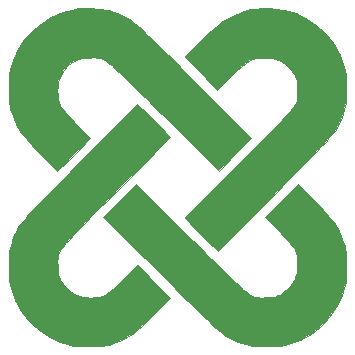
<source format=gbo>
G04 #@! TF.FileFunction,Legend,Bot*
%FSLAX46Y46*%
G04 Gerber Fmt 4.6, Leading zero omitted, Abs format (unit mm)*
G04 Created by KiCad (PCBNEW (2015-08-21 BZR 6112)-product) date 2015 October 15, Thursday 21:52:47*
%MOMM*%
G01*
G04 APERTURE LIST*
%ADD10C,0.100000*%
%ADD11C,0.010000*%
G04 APERTURE END LIST*
D10*
D11*
G36*
X125301837Y-95381197D02*
X126699557Y-93983478D01*
X125498181Y-92771774D01*
X125012787Y-92275856D01*
X124637199Y-91870905D01*
X124357504Y-91532268D01*
X124159792Y-91235293D01*
X124030150Y-90955327D01*
X123954666Y-90667717D01*
X123919429Y-90347811D01*
X123910528Y-89970956D01*
X123910522Y-89958334D01*
X123921049Y-89527674D01*
X123958538Y-89209169D01*
X124031848Y-88946608D01*
X124093049Y-88800460D01*
X124408064Y-88288897D01*
X124840606Y-87826183D01*
X125338919Y-87465230D01*
X125464019Y-87398900D01*
X125739451Y-87276693D01*
X125990553Y-87205393D01*
X126282619Y-87172208D01*
X126661333Y-87164334D01*
X126881770Y-87162648D01*
X127075836Y-87162577D01*
X127252907Y-87171598D01*
X127422363Y-87197191D01*
X127593583Y-87246833D01*
X127775944Y-87328004D01*
X127978825Y-87448181D01*
X128211604Y-87614843D01*
X128483660Y-87835470D01*
X128804371Y-88117538D01*
X129183117Y-88468528D01*
X129629274Y-88895916D01*
X130152222Y-89407182D01*
X130761338Y-90009805D01*
X131466002Y-90711262D01*
X132275592Y-91519032D01*
X132885683Y-92127722D01*
X137543699Y-96773224D01*
X138939349Y-95375467D01*
X140335000Y-93977710D01*
X135466666Y-89121468D01*
X134548605Y-88205838D01*
X133741035Y-87401671D01*
X133034480Y-86700926D01*
X132419461Y-86095563D01*
X131886499Y-85577543D01*
X131426117Y-85138825D01*
X131028837Y-84771369D01*
X130685180Y-84467134D01*
X130385669Y-84218082D01*
X130120825Y-84016171D01*
X129881170Y-83853361D01*
X129657227Y-83721613D01*
X129439517Y-83612886D01*
X129218561Y-83519139D01*
X128984883Y-83432334D01*
X128729004Y-83344429D01*
X128608666Y-83303911D01*
X128232243Y-83183786D01*
X127914277Y-83103293D01*
X127597684Y-83053410D01*
X127225382Y-83025114D01*
X126746000Y-83009512D01*
X126320074Y-83003559D01*
X125939239Y-83004765D01*
X125644653Y-83012573D01*
X125477470Y-83026426D01*
X125476000Y-83026705D01*
X124385315Y-83315877D01*
X123385378Y-83740891D01*
X122484788Y-84294108D01*
X121692142Y-84967889D01*
X121016040Y-85754593D01*
X120465081Y-86646581D01*
X120047863Y-87636214D01*
X119955786Y-87931125D01*
X119874090Y-88240549D01*
X119818601Y-88533430D01*
X119784757Y-88854933D01*
X119767999Y-89250223D01*
X119763762Y-89764468D01*
X119763867Y-89831334D01*
X119767166Y-90324697D01*
X119778608Y-90693616D01*
X119804367Y-90982969D01*
X119850613Y-91237633D01*
X119923518Y-91502487D01*
X120029254Y-91822409D01*
X120043307Y-91863334D01*
X120216659Y-92336926D01*
X120397484Y-92754192D01*
X120603365Y-93140250D01*
X120851882Y-93520215D01*
X121160617Y-93919207D01*
X121547153Y-94362343D01*
X122029071Y-94874739D01*
X122460087Y-95315959D01*
X123904118Y-96778917D01*
X125301837Y-95381197D01*
X125301837Y-95381197D01*
G37*
X125301837Y-95381197D02*
X126699557Y-93983478D01*
X125498181Y-92771774D01*
X125012787Y-92275856D01*
X124637199Y-91870905D01*
X124357504Y-91532268D01*
X124159792Y-91235293D01*
X124030150Y-90955327D01*
X123954666Y-90667717D01*
X123919429Y-90347811D01*
X123910528Y-89970956D01*
X123910522Y-89958334D01*
X123921049Y-89527674D01*
X123958538Y-89209169D01*
X124031848Y-88946608D01*
X124093049Y-88800460D01*
X124408064Y-88288897D01*
X124840606Y-87826183D01*
X125338919Y-87465230D01*
X125464019Y-87398900D01*
X125739451Y-87276693D01*
X125990553Y-87205393D01*
X126282619Y-87172208D01*
X126661333Y-87164334D01*
X126881770Y-87162648D01*
X127075836Y-87162577D01*
X127252907Y-87171598D01*
X127422363Y-87197191D01*
X127593583Y-87246833D01*
X127775944Y-87328004D01*
X127978825Y-87448181D01*
X128211604Y-87614843D01*
X128483660Y-87835470D01*
X128804371Y-88117538D01*
X129183117Y-88468528D01*
X129629274Y-88895916D01*
X130152222Y-89407182D01*
X130761338Y-90009805D01*
X131466002Y-90711262D01*
X132275592Y-91519032D01*
X132885683Y-92127722D01*
X137543699Y-96773224D01*
X138939349Y-95375467D01*
X140335000Y-93977710D01*
X135466666Y-89121468D01*
X134548605Y-88205838D01*
X133741035Y-87401671D01*
X133034480Y-86700926D01*
X132419461Y-86095563D01*
X131886499Y-85577543D01*
X131426117Y-85138825D01*
X131028837Y-84771369D01*
X130685180Y-84467134D01*
X130385669Y-84218082D01*
X130120825Y-84016171D01*
X129881170Y-83853361D01*
X129657227Y-83721613D01*
X129439517Y-83612886D01*
X129218561Y-83519139D01*
X128984883Y-83432334D01*
X128729004Y-83344429D01*
X128608666Y-83303911D01*
X128232243Y-83183786D01*
X127914277Y-83103293D01*
X127597684Y-83053410D01*
X127225382Y-83025114D01*
X126746000Y-83009512D01*
X126320074Y-83003559D01*
X125939239Y-83004765D01*
X125644653Y-83012573D01*
X125477470Y-83026426D01*
X125476000Y-83026705D01*
X124385315Y-83315877D01*
X123385378Y-83740891D01*
X122484788Y-84294108D01*
X121692142Y-84967889D01*
X121016040Y-85754593D01*
X120465081Y-86646581D01*
X120047863Y-87636214D01*
X119955786Y-87931125D01*
X119874090Y-88240549D01*
X119818601Y-88533430D01*
X119784757Y-88854933D01*
X119767999Y-89250223D01*
X119763762Y-89764468D01*
X119763867Y-89831334D01*
X119767166Y-90324697D01*
X119778608Y-90693616D01*
X119804367Y-90982969D01*
X119850613Y-91237633D01*
X119923518Y-91502487D01*
X120029254Y-91822409D01*
X120043307Y-91863334D01*
X120216659Y-92336926D01*
X120397484Y-92754192D01*
X120603365Y-93140250D01*
X120851882Y-93520215D01*
X121160617Y-93919207D01*
X121547153Y-94362343D01*
X122029071Y-94874739D01*
X122460087Y-95315959D01*
X123904118Y-96778917D01*
X125301837Y-95381197D01*
G36*
X142293484Y-98700859D02*
X143206379Y-97785411D01*
X144007865Y-96980416D01*
X144706029Y-96276348D01*
X145308953Y-95663679D01*
X145824724Y-95132882D01*
X146261425Y-94674432D01*
X146627142Y-94278801D01*
X146929960Y-93936462D01*
X147177962Y-93637888D01*
X147379234Y-93373553D01*
X147541861Y-93133929D01*
X147673927Y-92909491D01*
X147783518Y-92690711D01*
X147878717Y-92468062D01*
X147967610Y-92232018D01*
X148058281Y-91973052D01*
X148096025Y-91863334D01*
X148205793Y-91534517D01*
X148282044Y-91265757D01*
X148330949Y-91012177D01*
X148358680Y-90728899D01*
X148371410Y-90371045D01*
X148375309Y-89893736D01*
X148375465Y-89831334D01*
X148372246Y-89298940D01*
X148356864Y-88890885D01*
X148324847Y-88562350D01*
X148271719Y-88268515D01*
X148193009Y-87964560D01*
X148187075Y-87943988D01*
X147813394Y-86947439D01*
X147299400Y-86030444D01*
X146658791Y-85206792D01*
X145905266Y-84490271D01*
X145052523Y-83894670D01*
X144114263Y-83433776D01*
X143495490Y-83221688D01*
X143022678Y-83119117D01*
X142448983Y-83046513D01*
X141828248Y-83006023D01*
X141214318Y-82999791D01*
X140661033Y-83029964D01*
X140249180Y-83092329D01*
X139504259Y-83309210D01*
X138755166Y-83611227D01*
X138075555Y-83967253D01*
X137867741Y-84098857D01*
X137630063Y-84278693D01*
X137303070Y-84555410D01*
X136914752Y-84903770D01*
X136493099Y-85298536D01*
X136066102Y-85714469D01*
X135975660Y-85804868D01*
X134664320Y-87122063D01*
X136058037Y-88517703D01*
X137451755Y-89913343D01*
X138642843Y-88732408D01*
X139135971Y-88250042D01*
X139538718Y-87877576D01*
X139876085Y-87600977D01*
X140173076Y-87406209D01*
X140454694Y-87279239D01*
X140745941Y-87206031D01*
X141071822Y-87172552D01*
X141435666Y-87164762D01*
X141833061Y-87171681D01*
X142121893Y-87200580D01*
X142362604Y-87262875D01*
X142615635Y-87369980D01*
X142675314Y-87398900D01*
X143180325Y-87725942D01*
X143632099Y-88166672D01*
X143979211Y-88668470D01*
X144045062Y-88800460D01*
X144147773Y-89078119D01*
X144205144Y-89389122D01*
X144226968Y-89793179D01*
X144228018Y-89916000D01*
X144230200Y-90136661D01*
X144230668Y-90330900D01*
X144221931Y-90508122D01*
X144196500Y-90677732D01*
X144146884Y-90849135D01*
X144065594Y-91031734D01*
X143945140Y-91234934D01*
X143778031Y-91468139D01*
X143556778Y-91740754D01*
X143273890Y-92062184D01*
X142921878Y-92441832D01*
X142493252Y-92889104D01*
X141980521Y-93413403D01*
X141376197Y-94024133D01*
X140672787Y-94730700D01*
X139862804Y-95542508D01*
X139288092Y-96118564D01*
X134664424Y-100754794D01*
X136061387Y-102151756D01*
X137458349Y-103548718D01*
X142293484Y-98700859D01*
X142293484Y-98700859D01*
G37*
X142293484Y-98700859D02*
X143206379Y-97785411D01*
X144007865Y-96980416D01*
X144706029Y-96276348D01*
X145308953Y-95663679D01*
X145824724Y-95132882D01*
X146261425Y-94674432D01*
X146627142Y-94278801D01*
X146929960Y-93936462D01*
X147177962Y-93637888D01*
X147379234Y-93373553D01*
X147541861Y-93133929D01*
X147673927Y-92909491D01*
X147783518Y-92690711D01*
X147878717Y-92468062D01*
X147967610Y-92232018D01*
X148058281Y-91973052D01*
X148096025Y-91863334D01*
X148205793Y-91534517D01*
X148282044Y-91265757D01*
X148330949Y-91012177D01*
X148358680Y-90728899D01*
X148371410Y-90371045D01*
X148375309Y-89893736D01*
X148375465Y-89831334D01*
X148372246Y-89298940D01*
X148356864Y-88890885D01*
X148324847Y-88562350D01*
X148271719Y-88268515D01*
X148193009Y-87964560D01*
X148187075Y-87943988D01*
X147813394Y-86947439D01*
X147299400Y-86030444D01*
X146658791Y-85206792D01*
X145905266Y-84490271D01*
X145052523Y-83894670D01*
X144114263Y-83433776D01*
X143495490Y-83221688D01*
X143022678Y-83119117D01*
X142448983Y-83046513D01*
X141828248Y-83006023D01*
X141214318Y-82999791D01*
X140661033Y-83029964D01*
X140249180Y-83092329D01*
X139504259Y-83309210D01*
X138755166Y-83611227D01*
X138075555Y-83967253D01*
X137867741Y-84098857D01*
X137630063Y-84278693D01*
X137303070Y-84555410D01*
X136914752Y-84903770D01*
X136493099Y-85298536D01*
X136066102Y-85714469D01*
X135975660Y-85804868D01*
X134664320Y-87122063D01*
X136058037Y-88517703D01*
X137451755Y-89913343D01*
X138642843Y-88732408D01*
X139135971Y-88250042D01*
X139538718Y-87877576D01*
X139876085Y-87600977D01*
X140173076Y-87406209D01*
X140454694Y-87279239D01*
X140745941Y-87206031D01*
X141071822Y-87172552D01*
X141435666Y-87164762D01*
X141833061Y-87171681D01*
X142121893Y-87200580D01*
X142362604Y-87262875D01*
X142615635Y-87369980D01*
X142675314Y-87398900D01*
X143180325Y-87725942D01*
X143632099Y-88166672D01*
X143979211Y-88668470D01*
X144045062Y-88800460D01*
X144147773Y-89078119D01*
X144205144Y-89389122D01*
X144226968Y-89793179D01*
X144228018Y-89916000D01*
X144230200Y-90136661D01*
X144230668Y-90330900D01*
X144221931Y-90508122D01*
X144196500Y-90677732D01*
X144146884Y-90849135D01*
X144065594Y-91031734D01*
X143945140Y-91234934D01*
X143778031Y-91468139D01*
X143556778Y-91740754D01*
X143273890Y-92062184D01*
X142921878Y-92441832D01*
X142493252Y-92889104D01*
X141980521Y-93413403D01*
X141376197Y-94024133D01*
X140672787Y-94730700D01*
X139862804Y-95542508D01*
X139288092Y-96118564D01*
X134664424Y-100754794D01*
X136061387Y-102151756D01*
X137458349Y-103548718D01*
X142293484Y-98700859D01*
G36*
X126576666Y-111630133D02*
X127070029Y-111626834D01*
X127438948Y-111615392D01*
X127728301Y-111589633D01*
X127982966Y-111543387D01*
X128247820Y-111470482D01*
X128567741Y-111364746D01*
X128608666Y-111350693D01*
X129086677Y-111175589D01*
X129507409Y-110992805D01*
X129896377Y-110784515D01*
X130279091Y-110532895D01*
X130681067Y-110220121D01*
X131127816Y-109828366D01*
X131644852Y-109339807D01*
X132037666Y-108955003D01*
X133477000Y-107531703D01*
X132082289Y-106133514D01*
X130687578Y-104735324D01*
X129496490Y-105916260D01*
X129003361Y-106398626D01*
X128600615Y-106771092D01*
X128263248Y-107047691D01*
X127966257Y-107242458D01*
X127684639Y-107369429D01*
X127393391Y-107442636D01*
X127067510Y-107476116D01*
X126703666Y-107483906D01*
X126306272Y-107476986D01*
X126017440Y-107448087D01*
X125776729Y-107385793D01*
X125523697Y-107278688D01*
X125464019Y-107249768D01*
X124959007Y-106922726D01*
X124507233Y-106481996D01*
X124160121Y-105980198D01*
X124094270Y-105848207D01*
X123991559Y-105570549D01*
X123934188Y-105259546D01*
X123912365Y-104855488D01*
X123911315Y-104732667D01*
X123909132Y-104512007D01*
X123908665Y-104317768D01*
X123917401Y-104140546D01*
X123942832Y-103970935D01*
X123992448Y-103799533D01*
X124073738Y-103616934D01*
X124194192Y-103413734D01*
X124361301Y-103180529D01*
X124582554Y-102907913D01*
X124865442Y-102586484D01*
X125217454Y-102206835D01*
X125646080Y-101759564D01*
X126158811Y-101235265D01*
X126763136Y-100624534D01*
X127466545Y-99917967D01*
X128276529Y-99106159D01*
X128851240Y-98530104D01*
X133474908Y-93893874D01*
X132077945Y-92496912D01*
X130680983Y-91099949D01*
X125845849Y-95947808D01*
X124932954Y-96863256D01*
X124131467Y-97668251D01*
X123433304Y-98372320D01*
X122830379Y-98984989D01*
X122314608Y-99515785D01*
X121877907Y-99974236D01*
X121512190Y-100369867D01*
X121209373Y-100712206D01*
X120961370Y-101010780D01*
X120760098Y-101275115D01*
X120597471Y-101514738D01*
X120465405Y-101739176D01*
X120355815Y-101957957D01*
X120260616Y-102180605D01*
X120171723Y-102416650D01*
X120081052Y-102675616D01*
X120043307Y-102785334D01*
X119933539Y-103114151D01*
X119857289Y-103382910D01*
X119808383Y-103636490D01*
X119780652Y-103919769D01*
X119767923Y-104277623D01*
X119764024Y-104754932D01*
X119763867Y-104817334D01*
X119766987Y-105347685D01*
X119782119Y-105754033D01*
X119813826Y-106081544D01*
X119866668Y-106375382D01*
X119945208Y-106680714D01*
X119955786Y-106717543D01*
X120332457Y-107723167D01*
X120849981Y-108644246D01*
X121496066Y-109468490D01*
X122258419Y-110183605D01*
X123124748Y-110777299D01*
X124082761Y-111237280D01*
X124676457Y-111438214D01*
X124985882Y-111519910D01*
X125278762Y-111575399D01*
X125600265Y-111609243D01*
X125995556Y-111626001D01*
X126509800Y-111630238D01*
X126576666Y-111630133D01*
X126576666Y-111630133D01*
G37*
X126576666Y-111630133D02*
X127070029Y-111626834D01*
X127438948Y-111615392D01*
X127728301Y-111589633D01*
X127982966Y-111543387D01*
X128247820Y-111470482D01*
X128567741Y-111364746D01*
X128608666Y-111350693D01*
X129086677Y-111175589D01*
X129507409Y-110992805D01*
X129896377Y-110784515D01*
X130279091Y-110532895D01*
X130681067Y-110220121D01*
X131127816Y-109828366D01*
X131644852Y-109339807D01*
X132037666Y-108955003D01*
X133477000Y-107531703D01*
X132082289Y-106133514D01*
X130687578Y-104735324D01*
X129496490Y-105916260D01*
X129003361Y-106398626D01*
X128600615Y-106771092D01*
X128263248Y-107047691D01*
X127966257Y-107242458D01*
X127684639Y-107369429D01*
X127393391Y-107442636D01*
X127067510Y-107476116D01*
X126703666Y-107483906D01*
X126306272Y-107476986D01*
X126017440Y-107448087D01*
X125776729Y-107385793D01*
X125523697Y-107278688D01*
X125464019Y-107249768D01*
X124959007Y-106922726D01*
X124507233Y-106481996D01*
X124160121Y-105980198D01*
X124094270Y-105848207D01*
X123991559Y-105570549D01*
X123934188Y-105259546D01*
X123912365Y-104855488D01*
X123911315Y-104732667D01*
X123909132Y-104512007D01*
X123908665Y-104317768D01*
X123917401Y-104140546D01*
X123942832Y-103970935D01*
X123992448Y-103799533D01*
X124073738Y-103616934D01*
X124194192Y-103413734D01*
X124361301Y-103180529D01*
X124582554Y-102907913D01*
X124865442Y-102586484D01*
X125217454Y-102206835D01*
X125646080Y-101759564D01*
X126158811Y-101235265D01*
X126763136Y-100624534D01*
X127466545Y-99917967D01*
X128276529Y-99106159D01*
X128851240Y-98530104D01*
X133474908Y-93893874D01*
X132077945Y-92496912D01*
X130680983Y-91099949D01*
X125845849Y-95947808D01*
X124932954Y-96863256D01*
X124131467Y-97668251D01*
X123433304Y-98372320D01*
X122830379Y-98984989D01*
X122314608Y-99515785D01*
X121877907Y-99974236D01*
X121512190Y-100369867D01*
X121209373Y-100712206D01*
X120961370Y-101010780D01*
X120760098Y-101275115D01*
X120597471Y-101514738D01*
X120465405Y-101739176D01*
X120355815Y-101957957D01*
X120260616Y-102180605D01*
X120171723Y-102416650D01*
X120081052Y-102675616D01*
X120043307Y-102785334D01*
X119933539Y-103114151D01*
X119857289Y-103382910D01*
X119808383Y-103636490D01*
X119780652Y-103919769D01*
X119767923Y-104277623D01*
X119764024Y-104754932D01*
X119763867Y-104817334D01*
X119766987Y-105347685D01*
X119782119Y-105754033D01*
X119813826Y-106081544D01*
X119866668Y-106375382D01*
X119945208Y-106680714D01*
X119955786Y-106717543D01*
X120332457Y-107723167D01*
X120849981Y-108644246D01*
X121496066Y-109468490D01*
X122258419Y-110183605D01*
X123124748Y-110777299D01*
X124082761Y-111237280D01*
X124676457Y-111438214D01*
X124985882Y-111519910D01*
X125278762Y-111575399D01*
X125600265Y-111609243D01*
X125995556Y-111626001D01*
X126509800Y-111630238D01*
X126576666Y-111630133D01*
G36*
X142093018Y-111627013D02*
X142499366Y-111611881D01*
X142826876Y-111580174D01*
X143120714Y-111527332D01*
X143426046Y-111448792D01*
X143462875Y-111438214D01*
X144468499Y-111061543D01*
X145389579Y-110544019D01*
X146213822Y-109897934D01*
X146928937Y-109135581D01*
X147522631Y-108269252D01*
X147982612Y-107311239D01*
X148183546Y-106717543D01*
X148265243Y-106408118D01*
X148320732Y-106115238D01*
X148354575Y-105793735D01*
X148371334Y-105398444D01*
X148375570Y-104884200D01*
X148375465Y-104817334D01*
X148372167Y-104323971D01*
X148360724Y-103955052D01*
X148334966Y-103665699D01*
X148288720Y-103411034D01*
X148215814Y-103146180D01*
X148110079Y-102826259D01*
X148096025Y-102785334D01*
X147922673Y-102311741D01*
X147741848Y-101894475D01*
X147535968Y-101508418D01*
X147287451Y-101128452D01*
X146978715Y-100729460D01*
X146592179Y-100286325D01*
X146110261Y-99773928D01*
X145679245Y-99332709D01*
X144235214Y-97869751D01*
X141439775Y-100665190D01*
X142641152Y-101876894D01*
X143126524Y-102372794D01*
X143502096Y-102777739D01*
X143781787Y-103116390D01*
X143979517Y-103413407D01*
X144109206Y-103693450D01*
X144184774Y-103981180D01*
X144220141Y-104301258D01*
X144229227Y-104678344D01*
X144229238Y-104690334D01*
X144222319Y-105087728D01*
X144193420Y-105376560D01*
X144131125Y-105617271D01*
X144024020Y-105870303D01*
X143995100Y-105929981D01*
X143668058Y-106434993D01*
X143227328Y-106886767D01*
X142725530Y-107233879D01*
X142593540Y-107299730D01*
X142315881Y-107402441D01*
X142004878Y-107459812D01*
X141600821Y-107481635D01*
X141478000Y-107482685D01*
X141257804Y-107484883D01*
X141063954Y-107485409D01*
X140887075Y-107476790D01*
X140717792Y-107451554D01*
X140546730Y-107402227D01*
X140364513Y-107321334D01*
X140161767Y-107201404D01*
X139929115Y-107034962D01*
X139657184Y-106814536D01*
X139336598Y-106532651D01*
X138957982Y-106181834D01*
X138511960Y-105754612D01*
X137989158Y-105243512D01*
X137380200Y-104641060D01*
X136675711Y-103939783D01*
X135866317Y-103132208D01*
X135253650Y-102520946D01*
X130595633Y-97875443D01*
X129199983Y-99273201D01*
X127804333Y-100670958D01*
X132672666Y-105527199D01*
X133589897Y-106442008D01*
X134396651Y-107245386D01*
X135102426Y-107945399D01*
X135716721Y-108550112D01*
X136249035Y-109067592D01*
X136708867Y-109505904D01*
X137105714Y-109873115D01*
X137449077Y-110177290D01*
X137748453Y-110426495D01*
X138013341Y-110628795D01*
X138253240Y-110792258D01*
X138477649Y-110924948D01*
X138696067Y-111034932D01*
X138917992Y-111130274D01*
X139152922Y-111219043D01*
X139410357Y-111309302D01*
X139530666Y-111350693D01*
X139859483Y-111460461D01*
X140128243Y-111536711D01*
X140381823Y-111585617D01*
X140665101Y-111613348D01*
X141022955Y-111626077D01*
X141500264Y-111629976D01*
X141562666Y-111630133D01*
X142093018Y-111627013D01*
X142093018Y-111627013D01*
G37*
X142093018Y-111627013D02*
X142499366Y-111611881D01*
X142826876Y-111580174D01*
X143120714Y-111527332D01*
X143426046Y-111448792D01*
X143462875Y-111438214D01*
X144468499Y-111061543D01*
X145389579Y-110544019D01*
X146213822Y-109897934D01*
X146928937Y-109135581D01*
X147522631Y-108269252D01*
X147982612Y-107311239D01*
X148183546Y-106717543D01*
X148265243Y-106408118D01*
X148320732Y-106115238D01*
X148354575Y-105793735D01*
X148371334Y-105398444D01*
X148375570Y-104884200D01*
X148375465Y-104817334D01*
X148372167Y-104323971D01*
X148360724Y-103955052D01*
X148334966Y-103665699D01*
X148288720Y-103411034D01*
X148215814Y-103146180D01*
X148110079Y-102826259D01*
X148096025Y-102785334D01*
X147922673Y-102311741D01*
X147741848Y-101894475D01*
X147535968Y-101508418D01*
X147287451Y-101128452D01*
X146978715Y-100729460D01*
X146592179Y-100286325D01*
X146110261Y-99773928D01*
X145679245Y-99332709D01*
X144235214Y-97869751D01*
X141439775Y-100665190D01*
X142641152Y-101876894D01*
X143126524Y-102372794D01*
X143502096Y-102777739D01*
X143781787Y-103116390D01*
X143979517Y-103413407D01*
X144109206Y-103693450D01*
X144184774Y-103981180D01*
X144220141Y-104301258D01*
X144229227Y-104678344D01*
X144229238Y-104690334D01*
X144222319Y-105087728D01*
X144193420Y-105376560D01*
X144131125Y-105617271D01*
X144024020Y-105870303D01*
X143995100Y-105929981D01*
X143668058Y-106434993D01*
X143227328Y-106886767D01*
X142725530Y-107233879D01*
X142593540Y-107299730D01*
X142315881Y-107402441D01*
X142004878Y-107459812D01*
X141600821Y-107481635D01*
X141478000Y-107482685D01*
X141257804Y-107484883D01*
X141063954Y-107485409D01*
X140887075Y-107476790D01*
X140717792Y-107451554D01*
X140546730Y-107402227D01*
X140364513Y-107321334D01*
X140161767Y-107201404D01*
X139929115Y-107034962D01*
X139657184Y-106814536D01*
X139336598Y-106532651D01*
X138957982Y-106181834D01*
X138511960Y-105754612D01*
X137989158Y-105243512D01*
X137380200Y-104641060D01*
X136675711Y-103939783D01*
X135866317Y-103132208D01*
X135253650Y-102520946D01*
X130595633Y-97875443D01*
X129199983Y-99273201D01*
X127804333Y-100670958D01*
X132672666Y-105527199D01*
X133589897Y-106442008D01*
X134396651Y-107245386D01*
X135102426Y-107945399D01*
X135716721Y-108550112D01*
X136249035Y-109067592D01*
X136708867Y-109505904D01*
X137105714Y-109873115D01*
X137449077Y-110177290D01*
X137748453Y-110426495D01*
X138013341Y-110628795D01*
X138253240Y-110792258D01*
X138477649Y-110924948D01*
X138696067Y-111034932D01*
X138917992Y-111130274D01*
X139152922Y-111219043D01*
X139410357Y-111309302D01*
X139530666Y-111350693D01*
X139859483Y-111460461D01*
X140128243Y-111536711D01*
X140381823Y-111585617D01*
X140665101Y-111613348D01*
X141022955Y-111626077D01*
X141500264Y-111629976D01*
X141562666Y-111630133D01*
X142093018Y-111627013D01*
M02*

</source>
